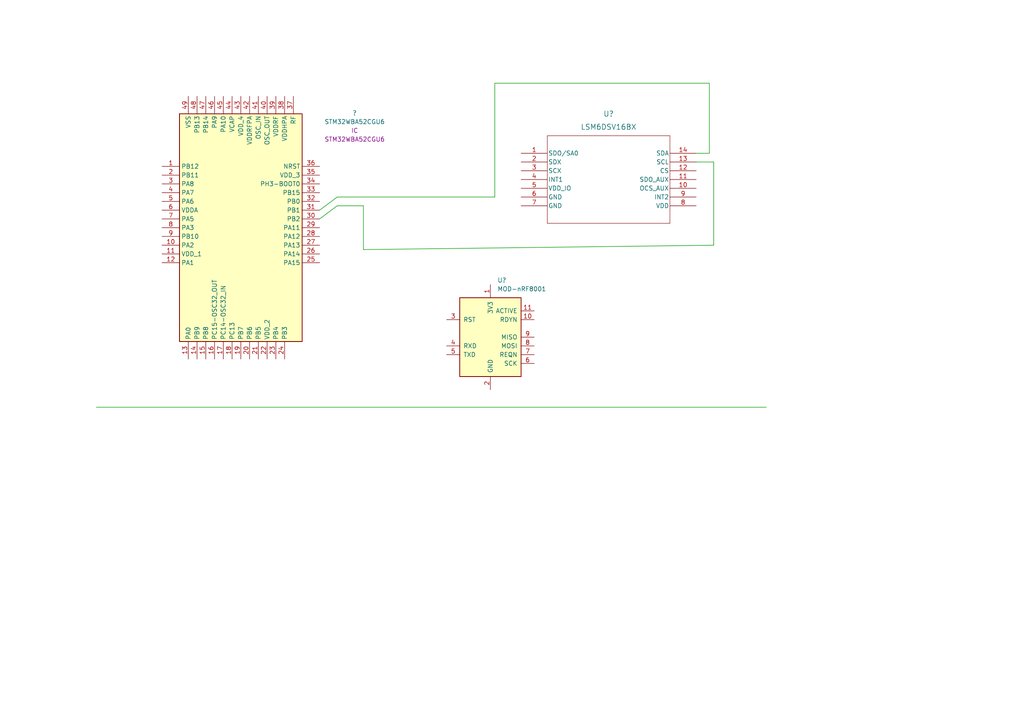
<source format=kicad_sch>
(kicad_sch (version 20211123) (generator eeschema)
  (paper "A4")
  (lib_symbols
    (symbol "2023-09-13_16-10-09:LSM6DSV16BX" (pin_names (offset 0.254))
      (property "Reference" "U" (at 25.4 10.16 0))
      (property "Value" "LSM6DSV16BX" (at 25.4 7.62 0))
      (symbol "LSM6DSV16BX_0_1"
        (polyline (pts (xy 7.62 -20.32) (xy 43.18 -20.32)) (stroke (width 0.127)))
        (polyline (pts (xy 7.62 5.08) (xy 7.62 -20.32)) (stroke (width 0.127)))
        (polyline (pts (xy 43.18 -20.32) (xy 43.18 5.08)) (stroke (width 0.127)))
        (polyline (pts (xy 43.18 5.08) (xy 7.62 5.08)) (stroke (width 0.127)))
        (pin unspecified line (at 0 0 0) (length 7.62) (name "SDO/SA0") (number "1"))
        (pin unspecified line (at 50.8 -10.16 180) (length 7.62) (name "OCS_AUX") (number "10"))
        (pin unspecified line (at 50.8 -7.62 180) (length 7.62) (name "SDO_AUX") (number "11"))
        (pin unspecified line (at 50.8 -5.08 180) (length 7.62) (name "CS") (number "12"))
        (pin unspecified line (at 50.8 -2.54 180) (length 7.62) (name "SCL") (number "13"))
        (pin unspecified line (at 50.8 0 180) (length 7.62) (name "SDA") (number "14"))
        (pin unspecified line (at 0 -2.54 0) (length 7.62) (name "SDX") (number "2"))
        (pin unspecified line (at 0 -5.08 0) (length 7.62) (name "SCX") (number "3"))
        (pin unspecified line (at 0 -7.62 0) (length 7.62) (name "INT1") (number "4"))
        (pin unspecified line (at 0 -10.16 0) (length 7.62) (name "VDD_IO") (number "5"))
        (pin unspecified line (at 0 -12.7 0) (length 7.62) (name "GND") (number "6"))
        (pin unspecified line (at 0 -15.24 0) (length 7.62) (name "GND") (number "7"))
        (pin unspecified line (at 50.8 -15.24 180) (length 7.62) (name "VDD") (number "8"))
        (pin unspecified line (at 50.8 -12.7 180) (length 7.62) (name "INT2") (number "9"))
      )
    )
    (symbol "RF_Bluetooth:MOD-nRF8001" (pin_names (offset 1.016))
      (property "Reference" "U" (at -7.62 12.7 0))
      (property "Value" "MOD-nRF8001" (at 7.62 -12.7 0))
      (symbol "MOD-nRF8001_0_1"
        (rectangle (start -8.89 11.43) (end 8.89 -11.43) (stroke (width 0.254)) (fill (type background)))
      )
      (symbol "MOD-nRF8001_1_1"
        (pin power_in line (at 0 15.24 270) (length 3.81) (name "3V3") (number "1"))
        (pin output line (at 12.7 5.08 180) (length 3.81) (name "RDYN") (number "10"))
        (pin output line (at 12.7 7.62 180) (length 3.81) (name "ACTIVE") (number "11"))
        (pin power_in line (at 0 -15.24 90) (length 3.81) (name "GND") (number "2"))
        (pin input line (at -12.7 5.08 0) (length 3.81) (name "RST") (number "3"))
        (pin input line (at -12.7 -2.54 0) (length 3.81) (name "RXD") (number "4"))
        (pin output line (at -12.7 -5.08 0) (length 3.81) (name "TXD") (number "5"))
        (pin input line (at 12.7 -7.62 180) (length 3.81) (name "SCK") (number "6"))
        (pin input line (at 12.7 -5.08 180) (length 3.81) (name "REQN") (number "7"))
        (pin input line (at 12.7 -2.54 180) (length 3.81) (name "MOSI") (number "8"))
        (pin output line (at 12.7 0 180) (length 3.81) (name "MISO") (number "9"))
      )
    )
    (symbol "STM32WBA52CGU6:STM32WBA52CGU6"
      (property "Value" "STM32WBA52CGU6" (at 0 0 0))
      (property "Reference_1" "IC" (at 41.91 20.32 0))
      (property "Value_1" "STM32WBA52CGU6" (at 41.91 17.78 0))
      (symbol "STM32WBA52CGU6_1_1"
        (rectangle (start 5.08 15.24) (end 40.64 -50.8) (stroke (width 0.254)) (fill (type background)))
        (pin passive line (at 0 0 0) (length 5.08) (name "PB12") (number "1"))
        (pin passive line (at 0 -22.86 0) (length 5.08) (name "PA2") (number "10"))
        (pin passive line (at 0 -25.4 0) (length 5.08) (name "VDD_1") (number "11"))
        (pin passive line (at 0 -27.94 0) (length 5.08) (name "PA1") (number "12"))
        (pin passive line (at 7.62 -55.88 90) (length 5.08) (name "PA0") (number "13"))
        (pin passive line (at 10.16 -55.88 90) (length 5.08) (name "PB9") (number "14"))
        (pin passive line (at 12.7 -55.88 90) (length 5.08) (name "PB8") (number "15"))
        (pin passive line (at 15.24 -55.88 90) (length 5.08) (name "PC15-OSC32_OUT") (number "16"))
        (pin passive line (at 17.78 -55.88 90) (length 5.08) (name "PC14-OSC32_IN") (number "17"))
        (pin passive line (at 20.32 -55.88 90) (length 5.08) (name "PC13") (number "18"))
        (pin passive line (at 22.86 -55.88 90) (length 5.08) (name "PB7") (number "19"))
        (pin passive line (at 0 -2.54 0) (length 5.08) (name "PB11") (number "2"))
        (pin passive line (at 25.4 -55.88 90) (length 5.08) (name "PB6") (number "20"))
        (pin passive line (at 27.94 -55.88 90) (length 5.08) (name "PB5") (number "21"))
        (pin passive line (at 30.48 -55.88 90) (length 5.08) (name "VDD_2") (number "22"))
        (pin passive line (at 33.02 -55.88 90) (length 5.08) (name "PB4") (number "23"))
        (pin passive line (at 35.56 -55.88 90) (length 5.08) (name "PB3") (number "24"))
        (pin passive line (at 45.72 -27.94 180) (length 5.08) (name "PA15") (number "25"))
        (pin passive line (at 45.72 -25.4 180) (length 5.08) (name "PA14") (number "26"))
        (pin passive line (at 45.72 -22.86 180) (length 5.08) (name "PA13") (number "27"))
        (pin passive line (at 45.72 -20.32 180) (length 5.08) (name "PA12") (number "28"))
        (pin passive line (at 45.72 -17.78 180) (length 5.08) (name "PA11") (number "29"))
        (pin passive line (at 0 -5.08 0) (length 5.08) (name "PA8") (number "3"))
        (pin passive line (at 45.72 -15.24 180) (length 5.08) (name "PB2") (number "30"))
        (pin passive line (at 45.72 -12.7 180) (length 5.08) (name "PB1") (number "31"))
        (pin passive line (at 45.72 -10.16 180) (length 5.08) (name "PB0") (number "32"))
        (pin passive line (at 45.72 -7.62 180) (length 5.08) (name "PB15") (number "33"))
        (pin passive line (at 45.72 -5.08 180) (length 5.08) (name "PH3-BOOT0") (number "34"))
        (pin passive line (at 45.72 -2.54 180) (length 5.08) (name "VDD_3") (number "35"))
        (pin passive line (at 45.72 0 180) (length 5.08) (name "NRST") (number "36"))
        (pin passive line (at 38.1 20.32 270) (length 5.08) (name "RF") (number "37"))
        (pin passive line (at 35.56 20.32 270) (length 5.08) (name "VDDHPA") (number "38"))
        (pin passive line (at 33.02 20.32 270) (length 5.08) (name "VDDRF") (number "39"))
        (pin passive line (at 0 -7.62 0) (length 5.08) (name "PA7") (number "4"))
        (pin passive line (at 30.48 20.32 270) (length 5.08) (name "OSC_OUT") (number "40"))
        (pin passive line (at 27.94 20.32 270) (length 5.08) (name "OSC_IN") (number "41"))
        (pin passive line (at 25.4 20.32 270) (length 5.08) (name "VDDRFPA") (number "42"))
        (pin passive line (at 22.86 20.32 270) (length 5.08) (name "VDD_4") (number "43"))
        (pin passive line (at 20.32 20.32 270) (length 5.08) (name "VCAP") (number "44"))
        (pin passive line (at 17.78 20.32 270) (length 5.08) (name "PA10") (number "45"))
        (pin passive line (at 15.24 20.32 270) (length 5.08) (name "PA9") (number "46"))
        (pin passive line (at 12.7 20.32 270) (length 5.08) (name "PB14") (number "47"))
        (pin passive line (at 10.16 20.32 270) (length 5.08) (name "PB13") (number "48"))
        (pin passive line (at 7.62 20.32 270) (length 5.08) (name "VSS") (number "49"))
        (pin passive line (at 0 -10.16 0) (length 5.08) (name "PA6") (number "5"))
        (pin passive line (at 0 -12.7 0) (length 5.08) (name "VDDA") (number "6"))
        (pin passive line (at 0 -15.24 0) (length 5.08) (name "PA5") (number "7"))
        (pin passive line (at 0 -17.78 0) (length 5.08) (name "PA3") (number "8"))
        (pin passive line (at 0 -20.32 0) (length 5.08) (name "PB10") (number "9"))
      )
    )
  )
  (wire (pts (xy 27.94 118.11) (xy 222.25 118.11)))
  (wire (pts (xy 97.79 57.15) (xy 92.71 60.96)))
  (wire (pts (xy 207.01 71.12) (xy 105.41 72.39)))
  (wire (pts (xy 201.93 44.45) (xy 205.74 44.45)))
  (wire (pts (xy 105.41 72.39) (xy 105.41 59.69)))
  (wire (pts (xy 97.79 57.15) (xy 143.51 57.15)))
  (wire (pts (xy 207.01 46.99) (xy 207.01 71.12)))
  (wire (pts (xy 105.41 59.69) (xy 97.79 59.69)))
  (wire (pts (xy 143.51 24.13) (xy 205.74 24.13)))
  (wire (pts (xy 143.51 57.15) (xy 143.51 24.13)))
  (wire (pts (xy 97.79 59.69) (xy 92.71 63.5)))
  (wire (pts (xy 205.74 24.13) (xy 205.74 44.45)))
  (wire (pts (xy 201.93 46.99) (xy 207.01 46.99)))
  (symbol (lib_id "STM32WBA52CGU6:STM32WBA52CGU6") (at 46.99 48.26 0) (unit 1)
    (property "Reference" "?" (at 102.87 32.7912 0))
    (property "Value" "STM32WBA52CGU6" (at 102.87 35.3312 0))
    (property "Reference_1" "IC" (at 102.87 37.8712 0))
    (property "Value_1" "STM32WBA52CGU6" (at 102.87 40.4112 0))
    (property "Footprint_1" "QFN50P700X700X65-49N-D" (effects hide))
    (property "Datasheet_1" "https://www.st.com/resource/en/datasheet/stm32wba52ce.pdf" (effects hide))
    (property "Height" "0.65" (effects hide))
    (property "Manufacturer_Name" "STMicroelectronics" (effects hide))
    (property "Manufacturer_Part_Number" "STM32WBA52CGU6" (effects hide))
    (property "Mouser Part Number" "511-STM32WBA52CGU6" (effects hide))
    (property "Mouser Price/Stock" "https://www.mouser.co.uk/ProductDetail/STMicroelectronics/STM32WBA52CGU6?qs=amGC7iS6iy8UV0f66sCfDw%3D%3D" (effects hide))
  )
  (symbol (lib_id "2023-09-13_16-10-09:LSM6DSV16BX") (at 151.13 44.45 0) (unit 1)
    (property "Reference" "U?" (at 176.53 33.02 0) (effects (font (size 1.524 1.524))))
    (property "Value" "LSM6DSV16BX" (at 176.53 36.83 0) (effects (font (size 1.524 1.524))))
    (property "Footprint" "LGA14L_2P59X3P1X0P5_STM" (effects hide))
    (property "Datasheet" "LSM6DSV16BX" (effects hide))
  )
  (symbol (lib_id "RF_Bluetooth:MOD-nRF8001") (at 142.24 97.79 0) (unit 1)
    (property "Reference" "U?" (at 144.2594 81.28 0) (effects (justify left)))
    (property "Value" "MOD-nRF8001" (at 144.2594 83.82 0) (effects (justify left)))
    (property "Footprint" "RF_Module:MOD-nRF8001" (effects hide))
    (property "Datasheet" "https://www.olimex.com/Products/Modules/RF/MOD-nRF8001/" (effects hide))
  )
)
</source>
